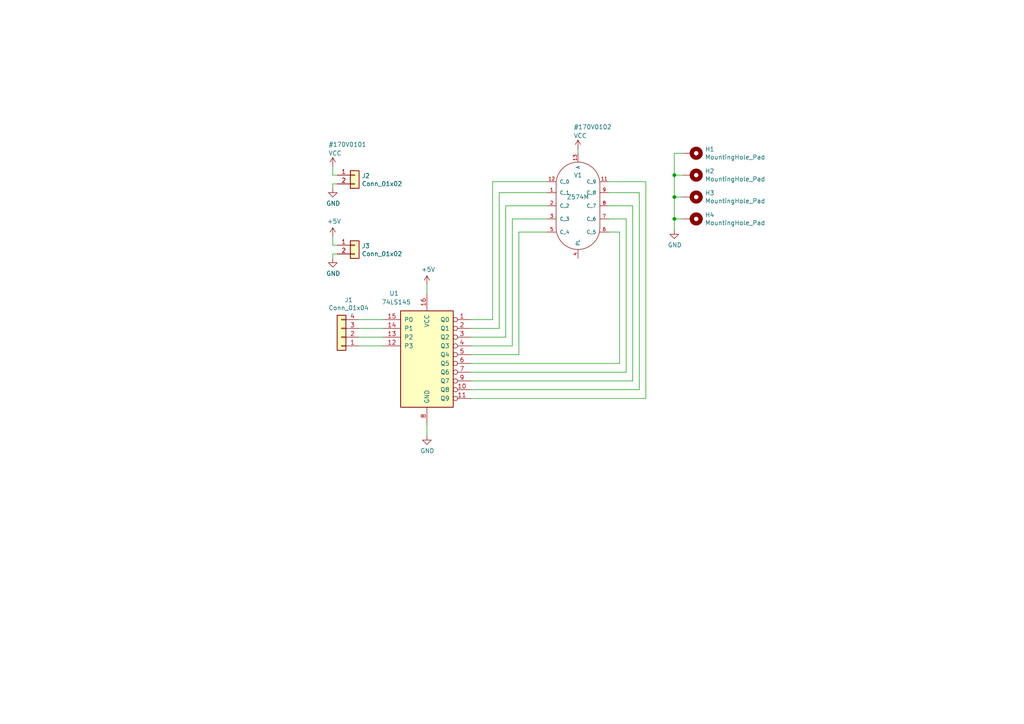
<source format=kicad_sch>
(kicad_sch (version 20211123) (generator eeschema)
  (paper "A4")
  (lib_symbols
    (symbol "74xx:74LS145" (pin_names (offset 1.016))
      (property "Reference" "U" (at -7.62 13.97 0))
      (property "Value" "74LS145" (at -7.62 -16.51 0))
      (symbol "74LS145_1_0"
        (pin open_collector inverted (at 12.7 10.16 180) (length 5.08) (name "Q0") (number "1"))
        (pin open_collector inverted (at 12.7 -10.16 180) (length 5.08) (name "Q8") (number "10"))
        (pin open_collector inverted (at 12.7 -12.7 180) (length 5.08) (name "Q9") (number "11"))
        (pin input line (at -12.7 2.54 0) (length 5.08) (name "P3") (number "12"))
        (pin input line (at -12.7 5.08 0) (length 5.08) (name "P2") (number "13"))
        (pin input line (at -12.7 7.62 0) (length 5.08) (name "P1") (number "14"))
        (pin input line (at -12.7 10.16 0) (length 5.08) (name "P0") (number "15"))
        (pin power_in line (at 0 17.78 270) (length 5.08) (name "VCC") (number "16"))
        (pin open_collector inverted (at 12.7 7.62 180) (length 5.08) (name "Q1") (number "2"))
        (pin open_collector inverted (at 12.7 5.08 180) (length 5.08) (name "Q2") (number "3"))
        (pin open_collector inverted (at 12.7 2.54 180) (length 5.08) (name "Q3") (number "4"))
        (pin open_collector inverted (at 12.7 0 180) (length 5.08) (name "Q4") (number "5"))
        (pin open_collector inverted (at 12.7 -2.54 180) (length 5.08) (name "Q5") (number "6"))
        (pin open_collector inverted (at 12.7 -5.08 180) (length 5.08) (name "Q6") (number "7"))
        (pin power_in line (at 0 -20.32 90) (length 5.08) (name "GND") (number "8"))
        (pin open_collector inverted (at 12.7 -7.62 180) (length 5.08) (name "Q7") (number "9"))
      )
      (symbol "74LS145_1_1"
        (rectangle (start -7.62 12.7) (end 7.62 -15.24) (stroke (width 0.254)) (fill (type background)))
      )
    )
    (symbol "Connector_Generic:Conn_01x02" (pin_names (offset 1.016) hide)
      (property "Reference" "J" (at 0 2.54 0))
      (property "Value" "Conn_01x02" (at 0 -5.08 0))
      (symbol "Conn_01x02_1_1"
        (rectangle (start -1.27 -2.413) (end 0 -2.667) (stroke (width 0.1524)))
        (rectangle (start -1.27 0.127) (end 0 -0.127) (stroke (width 0.1524)))
        (rectangle (start -1.27 1.27) (end 1.27 -3.81) (stroke (width 0.254)) (fill (type background)))
        (pin passive line (at -5.08 0 0) (length 3.81) (name "Pin_1") (number "1"))
        (pin passive line (at -5.08 -2.54 0) (length 3.81) (name "Pin_2") (number "2"))
      )
    )
    (symbol "Connector_Generic:Conn_01x04" (pin_names (offset 1.016) hide)
      (property "Reference" "J" (at 0 5.08 0))
      (property "Value" "Conn_01x04" (at 0 -7.62 0))
      (symbol "Conn_01x04_1_1"
        (rectangle (start -1.27 -4.953) (end 0 -5.207) (stroke (width 0.1524)))
        (rectangle (start -1.27 -2.413) (end 0 -2.667) (stroke (width 0.1524)))
        (rectangle (start -1.27 0.127) (end 0 -0.127) (stroke (width 0.1524)))
        (rectangle (start -1.27 2.667) (end 0 2.413) (stroke (width 0.1524)))
        (rectangle (start -1.27 3.81) (end 1.27 -6.35) (stroke (width 0.254)) (fill (type background)))
        (pin passive line (at -5.08 2.54 0) (length 3.81) (name "Pin_1") (number "1"))
        (pin passive line (at -5.08 0 0) (length 3.81) (name "Pin_2") (number "2"))
        (pin passive line (at -5.08 -2.54 0) (length 3.81) (name "Pin_3") (number "3"))
        (pin passive line (at -5.08 -5.08 0) (length 3.81) (name "Pin_4") (number "4"))
      )
    )
    (symbol "Mechanical:MountingHole_Pad" (pin_numbers hide) (pin_names (offset 1.016) hide)
      (property "Reference" "H" (at 0 6.35 0))
      (property "Value" "MountingHole_Pad" (at 0 4.445 0))
      (symbol "MountingHole_Pad_0_1"
        (circle (center 0 1.27) (radius 1.27) (stroke (width 1.27)))
      )
      (symbol "MountingHole_Pad_1_1"
        (pin input line (at 0 -2.54 90) (length 2.54) (name "1") (number "1"))
      )
    )
    (symbol "nixie_stand-rescue:Z574M-z574m" (pin_names (offset 1.016))
      (property "Reference" "V" (at -6.35 -12.7 0))
      (property "Value" "Z574M-z574m" (at -7.62 12.7 0))
      (symbol "Z574M-z574m_0_1"
        (arc (start -6.35 -6.35) (mid 0 -12.7) (end 6.35 -6.35))
        (rectangle (start -6.35 6.35) (end -6.35 -6.35))
        (rectangle (start 6.35 -3.175) (end 6.35 -6.35))
        (rectangle (start 6.35 0.635) (end 6.35 -3.175))
        (rectangle (start 6.35 0.635) (end 6.35 1.905))
        (rectangle (start 6.35 1.905) (end 6.35 6.35))
        (arc (start 6.35 6.35) (mid 0 12.7) (end -6.35 6.35))
      )
      (symbol "Z574M-z574m_1_1"
        (pin input line (at 8.89 3.81 180) (length 2.54) (name "C_1") (number "1"))
        (pin input line (at 3.175 -12.065 270) (length 0) hide (name "~") (number "10"))
        (pin input line (at -8.89 6.985 0) (length 2.54) (name "C_9") (number "11"))
        (pin input line (at 8.89 6.985 180) (length 2.54) (name "C_0") (number "12"))
        (pin input line (at 0 15.24 270) (length 2.54) (name "A") (number "13"))
        (pin input line (at 8.89 0 180) (length 2.54) (name "C_2") (number "2"))
        (pin input line (at 8.89 -3.81 180) (length 2.54) (name "C_3") (number "3"))
        (pin input line (at 0 -15.24 90) (length 2.54) (name "PL") (number "4"))
        (pin input line (at 8.89 -7.62 180) (length 2.54) (name "C_4") (number "5"))
        (pin input line (at -8.89 -7.62 0) (length 2.54) (name "C_5") (number "6"))
        (pin input line (at -8.89 -3.81 0) (length 2.54) (name "C_6") (number "7"))
        (pin input line (at -8.89 0 0) (length 2.54) (name "C_7") (number "8"))
        (pin input line (at -8.89 3.81 0) (length 2.54) (name "C_8") (number "9"))
      )
    )
    (symbol "power:+5V" (power) (pin_names (offset 0))
      (property "Value" "+5V" (at 0 3.556 0))
      (symbol "+5V_0_1"
        (polyline (pts (xy -0.762 1.27) (xy 0 2.54)))
        (polyline (pts (xy 0 0) (xy 0 2.54)))
        (polyline (pts (xy 0 2.54) (xy 0.762 1.27)))
      )
      (symbol "+5V_1_1"
        (pin power_in line (at 0 0 90) (length 0) hide (name "+5V") (number "1"))
      )
    )
    (symbol "power:GND" (power) (pin_names (offset 0))
      (property "Value" "GND" (at 0 -3.81 0))
      (symbol "GND_0_1"
        (polyline (pts (xy 0 0) (xy 0 -1.27) (xy 1.27 -1.27) (xy 0 -2.54) (xy -1.27 -1.27) (xy 0 -1.27)))
      )
      (symbol "GND_1_1"
        (pin power_in line (at 0 0 270) (length 0) hide (name "GND") (number "1"))
      )
    )
    (symbol "power:VCC" (power) (pin_names (offset 0))
      (property "Value" "VCC" (at 0 3.81 0))
      (symbol "VCC_0_1"
        (polyline (pts (xy -0.762 1.27) (xy 0 2.54)))
        (polyline (pts (xy 0 0) (xy 0 2.54)))
        (polyline (pts (xy 0 2.54) (xy 0.762 1.27)))
      )
      (symbol "VCC_1_1"
        (pin power_in line (at 0 0 90) (length 0) hide (name "VCC") (number "1"))
      )
    )
  )
  (junction (at 195.58 50.8))
  (junction (at 195.58 63.5))
  (junction (at 195.58 57.15))
  (wire (pts (xy 185.42 113.03) (xy 136.525 113.03)))
  (wire (pts (xy 167.64 43.18) (xy 167.64 44.45)))
  (wire (pts (xy 179.705 105.41) (xy 179.705 67.31)))
  (wire (pts (xy 187.325 115.57) (xy 187.325 52.705)))
  (wire (pts (xy 181.61 63.5) (xy 176.53 63.5)))
  (wire (pts (xy 187.325 52.705) (xy 176.53 52.705)))
  (wire (pts (xy 198.12 50.8) (xy 195.58 50.8)))
  (wire (pts (xy 104.14 95.25) (xy 111.125 95.25)))
  (wire (pts (xy 195.58 57.15) (xy 195.58 63.5)))
  (wire (pts (xy 195.58 44.45) (xy 195.58 50.8)))
  (wire (pts (xy 187.325 115.57) (xy 136.525 115.57)))
  (wire (pts (xy 148.59 63.5) (xy 148.59 100.33)))
  (wire (pts (xy 181.61 107.95) (xy 181.61 63.5)))
  (wire (pts (xy 150.495 67.31) (xy 158.75 67.31)))
  (wire (pts (xy 97.79 73.66) (xy 96.52 73.66)))
  (wire (pts (xy 142.875 92.71) (xy 136.525 92.71)))
  (wire (pts (xy 97.79 53.34) (xy 96.52 53.34)))
  (wire (pts (xy 144.78 95.25) (xy 144.78 55.88)))
  (wire (pts (xy 123.825 126.365) (xy 123.825 123.19)))
  (wire (pts (xy 136.525 102.87) (xy 150.495 102.87)))
  (wire (pts (xy 179.705 67.31) (xy 176.53 67.31)))
  (wire (pts (xy 158.75 63.5) (xy 148.59 63.5)))
  (wire (pts (xy 198.12 57.15) (xy 195.58 57.15)))
  (wire (pts (xy 96.52 50.8) (xy 96.52 48.26)))
  (wire (pts (xy 185.42 113.03) (xy 185.42 55.88)))
  (wire (pts (xy 136.525 105.41) (xy 179.705 105.41)))
  (wire (pts (xy 181.61 107.95) (xy 136.525 107.95)))
  (wire (pts (xy 195.58 50.8) (xy 195.58 57.15)))
  (wire (pts (xy 104.14 97.79) (xy 111.125 97.79)))
  (wire (pts (xy 144.78 95.25) (xy 136.525 95.25)))
  (wire (pts (xy 97.79 50.8) (xy 96.52 50.8)))
  (wire (pts (xy 96.52 71.12) (xy 97.79 71.12)))
  (wire (pts (xy 104.14 100.33) (xy 111.125 100.33)))
  (wire (pts (xy 185.42 55.88) (xy 176.53 55.88)))
  (wire (pts (xy 183.515 110.49) (xy 136.525 110.49)))
  (wire (pts (xy 96.52 53.34) (xy 96.52 54.61)))
  (wire (pts (xy 150.495 102.87) (xy 150.495 67.31)))
  (wire (pts (xy 198.12 63.5) (xy 195.58 63.5)))
  (wire (pts (xy 136.525 97.79) (xy 146.685 97.79)))
  (wire (pts (xy 158.75 59.69) (xy 146.685 59.69)))
  (wire (pts (xy 123.825 85.09) (xy 123.825 82.55)))
  (wire (pts (xy 183.515 110.49) (xy 183.515 59.69)))
  (wire (pts (xy 148.59 100.33) (xy 136.525 100.33)))
  (wire (pts (xy 198.12 44.45) (xy 195.58 44.45)))
  (wire (pts (xy 195.58 63.5) (xy 195.58 66.675)))
  (wire (pts (xy 96.52 68.58) (xy 96.52 71.12)))
  (wire (pts (xy 146.685 59.69) (xy 146.685 97.79)))
  (wire (pts (xy 104.14 92.71) (xy 111.125 92.71)))
  (wire (pts (xy 158.75 52.705) (xy 142.875 52.705)))
  (wire (pts (xy 142.875 52.705) (xy 142.875 92.71)))
  (wire (pts (xy 96.52 73.66) (xy 96.52 74.93)))
  (wire (pts (xy 144.78 55.88) (xy 158.75 55.88)))
  (wire (pts (xy 183.515 59.69) (xy 176.53 59.69)))
  (symbol (lib_id "nixie_stand-rescue:Z574M-z574m") (at 167.64 59.69 0) (mirror y) (unit 1)
    (property "Reference" "V1" (at 167.64 50.8 0))
    (property "Value" "Z574M" (at 167.64 57.15 0))
    (property "Footprint" "nixie_footprint:nixie_z574m" (effects hide))
  )
  (symbol (lib_id "Connector_Generic:Conn_01x04") (at 99.06 97.79 180) (unit 1)
    (property "Reference" "J1" (at 101.1428 86.995 0))
    (property "Value" "Conn_01x04" (at 101.1428 89.3064 0))
    (property "Footprint" "Connector_PinHeader_2.00mm:PinHeader_1x04_P2.00mm_Vertical" (effects hide))
  )
  (symbol (lib_id "Connector_Generic:Conn_01x02") (at 102.87 50.8 0) (unit 1)
    (property "Reference" "J2" (at 104.902 51.0032 0) (effects (justify left)))
    (property "Value" "Conn_01x02" (at 104.902 53.3146 0) (effects (justify left)))
    (property "Footprint" "Connector_PinSocket_2.00mm:PinSocket_1x02_P2.00mm_Vertical" (effects hide))
  )
  (symbol (lib_id "Connector_Generic:Conn_01x02") (at 102.87 71.12 0) (unit 1)
    (property "Reference" "J3" (at 104.902 71.3232 0) (effects (justify left)))
    (property "Value" "Conn_01x02" (at 104.902 73.6346 0) (effects (justify left)))
    (property "Footprint" "Connector_PinSocket_2.00mm:PinSocket_1x02_P2.00mm_Vertical" (effects hide))
  )
  (symbol (lib_id "power:+5V") (at 96.52 68.58 0) (unit 1)
    (property "Reference" "#PWR0101" (effects hide))
    (property "Value" "+5V" (at 96.901 64.1858 0))
  )
  (symbol (lib_id "power:GND") (at 96.52 74.93 0) (unit 1)
    (property "Reference" "#PWR0102" (effects hide))
    (property "Value" "GND" (at 96.647 79.3242 0))
  )
  (symbol (lib_id "power:GND") (at 96.52 54.61 0) (unit 1)
    (property "Reference" "#PWR0103" (effects hide))
    (property "Value" "GND" (at 96.647 59.0042 0))
  )
  (symbol (lib_id "power:+5V") (at 123.825 82.55 0) (unit 1)
    (property "Reference" "#PWR0104" (effects hide))
    (property "Value" "+5V" (at 124.206 78.1558 0))
  )
  (symbol (lib_id "power:GND") (at 123.825 126.365 0) (unit 1)
    (property "Reference" "#PWR0105" (effects hide))
    (property "Value" "GND" (at 123.952 130.7592 0))
  )
  (symbol (lib_id "power:VCC") (at 96.52 48.26 0) (unit 1)
    (property "Reference" "#170V0101" (at 95.25 41.91 0) (effects (justify left)))
    (property "Value" "VCC" (at 95.25 44.45 0) (effects (justify left)))
  )
  (symbol (lib_id "power:VCC") (at 167.64 43.18 0) (unit 1)
    (property "Reference" "#170V0102" (at 166.37 36.83 0) (effects (justify left)))
    (property "Value" "VCC" (at 166.37 39.37 0) (effects (justify left)))
  )
  (symbol (lib_id "74xx:74LS145") (at 123.825 102.87 0) (unit 1)
    (property "Reference" "U1" (at 114.3 85.09 0))
    (property "Value" "74LS145" (at 114.935 87.63 0))
    (property "Footprint" "Package_DIP:DIP-16_W7.62mm_Socket" (effects hide))
    (property "Datasheet" "http://www.ti.com/lit/gpn/sn74LS145" (effects hide))
  )
  (symbol (lib_id "Mechanical:MountingHole_Pad") (at 200.66 57.15 270) (unit 1)
    (property "Reference" "H3" (at 204.47 55.9816 90) (effects (justify left)))
    (property "Value" "MountingHole_Pad" (at 204.47 58.293 90) (effects (justify left)))
    (property "Footprint" "MountingHole:MountingHole_4.3mm_M4_Pad" (effects hide))
  )
  (symbol (lib_id "Mechanical:MountingHole_Pad") (at 200.66 63.5 270) (unit 1)
    (property "Reference" "H4" (at 204.47 62.3316 90) (effects (justify left)))
    (property "Value" "MountingHole_Pad" (at 204.47 64.643 90) (effects (justify left)))
    (property "Footprint" "MountingHole:MountingHole_4.3mm_M4_Pad" (effects hide))
  )
  (symbol (lib_id "Mechanical:MountingHole_Pad") (at 200.66 50.8 270) (unit 1)
    (property "Reference" "H2" (at 204.47 49.6316 90) (effects (justify left)))
    (property "Value" "MountingHole_Pad" (at 204.47 51.943 90) (effects (justify left)))
    (property "Footprint" "MountingHole:MountingHole_4.3mm_M4_Pad" (effects hide))
  )
  (symbol (lib_id "Mechanical:MountingHole_Pad") (at 200.66 44.45 270) (unit 1)
    (property "Reference" "H1" (at 204.47 43.2816 90) (effects (justify left)))
    (property "Value" "MountingHole_Pad" (at 204.47 45.593 90) (effects (justify left)))
    (property "Footprint" "MountingHole:MountingHole_4.3mm_M4_Pad" (effects hide))
  )
  (symbol (lib_id "power:GND") (at 195.58 66.675 0) (unit 1)
    (property "Reference" "#PWR0106" (effects hide))
    (property "Value" "GND" (at 195.707 71.0692 0))
  )
)
</source>
